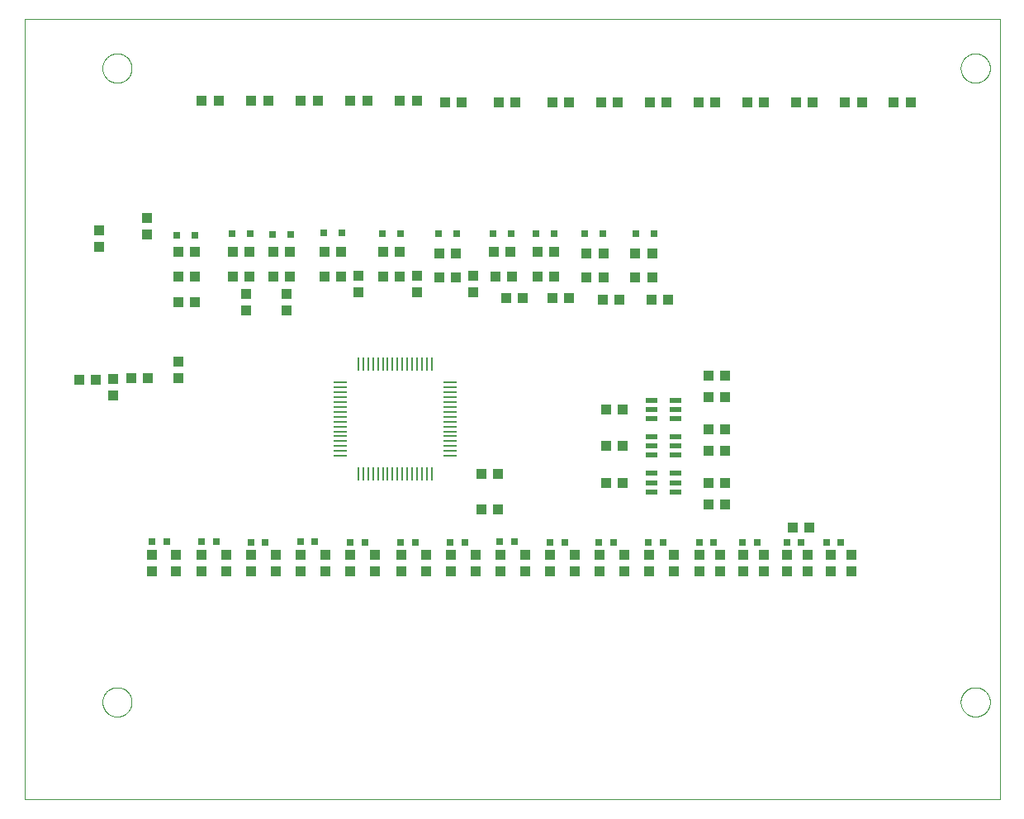
<source format=gtp>
G75*
%MOIN*%
%OFA0B0*%
%FSLAX25Y25*%
%IPPOS*%
%LPD*%
%AMOC8*
5,1,8,0,0,1.08239X$1,22.5*
%
%ADD10C,0.00000*%
%ADD11R,0.04331X0.03937*%
%ADD12R,0.03937X0.04331*%
%ADD13R,0.01100X0.05800*%
%ADD14R,0.05800X0.01100*%
%ADD15R,0.03150X0.03150*%
%ADD16R,0.05000X0.02100*%
%ADD17R,0.03000X0.02800*%
D10*
X0008551Y0007554D02*
X0008551Y0322514D01*
X0402252Y0322514D01*
X0402252Y0007554D01*
X0008551Y0007554D01*
X0040047Y0046924D02*
X0040049Y0047077D01*
X0040055Y0047231D01*
X0040065Y0047384D01*
X0040079Y0047536D01*
X0040097Y0047689D01*
X0040119Y0047840D01*
X0040144Y0047991D01*
X0040174Y0048142D01*
X0040208Y0048292D01*
X0040245Y0048440D01*
X0040286Y0048588D01*
X0040331Y0048734D01*
X0040380Y0048880D01*
X0040433Y0049024D01*
X0040489Y0049166D01*
X0040549Y0049307D01*
X0040613Y0049447D01*
X0040680Y0049585D01*
X0040751Y0049721D01*
X0040826Y0049855D01*
X0040903Y0049987D01*
X0040985Y0050117D01*
X0041069Y0050245D01*
X0041157Y0050371D01*
X0041248Y0050494D01*
X0041342Y0050615D01*
X0041440Y0050733D01*
X0041540Y0050849D01*
X0041644Y0050962D01*
X0041750Y0051073D01*
X0041859Y0051181D01*
X0041971Y0051286D01*
X0042085Y0051387D01*
X0042203Y0051486D01*
X0042322Y0051582D01*
X0042444Y0051675D01*
X0042569Y0051764D01*
X0042696Y0051851D01*
X0042825Y0051933D01*
X0042956Y0052013D01*
X0043089Y0052089D01*
X0043224Y0052162D01*
X0043361Y0052231D01*
X0043500Y0052296D01*
X0043640Y0052358D01*
X0043782Y0052416D01*
X0043925Y0052471D01*
X0044070Y0052522D01*
X0044216Y0052569D01*
X0044363Y0052612D01*
X0044511Y0052651D01*
X0044660Y0052687D01*
X0044810Y0052718D01*
X0044961Y0052746D01*
X0045112Y0052770D01*
X0045265Y0052790D01*
X0045417Y0052806D01*
X0045570Y0052818D01*
X0045723Y0052826D01*
X0045876Y0052830D01*
X0046030Y0052830D01*
X0046183Y0052826D01*
X0046336Y0052818D01*
X0046489Y0052806D01*
X0046641Y0052790D01*
X0046794Y0052770D01*
X0046945Y0052746D01*
X0047096Y0052718D01*
X0047246Y0052687D01*
X0047395Y0052651D01*
X0047543Y0052612D01*
X0047690Y0052569D01*
X0047836Y0052522D01*
X0047981Y0052471D01*
X0048124Y0052416D01*
X0048266Y0052358D01*
X0048406Y0052296D01*
X0048545Y0052231D01*
X0048682Y0052162D01*
X0048817Y0052089D01*
X0048950Y0052013D01*
X0049081Y0051933D01*
X0049210Y0051851D01*
X0049337Y0051764D01*
X0049462Y0051675D01*
X0049584Y0051582D01*
X0049703Y0051486D01*
X0049821Y0051387D01*
X0049935Y0051286D01*
X0050047Y0051181D01*
X0050156Y0051073D01*
X0050262Y0050962D01*
X0050366Y0050849D01*
X0050466Y0050733D01*
X0050564Y0050615D01*
X0050658Y0050494D01*
X0050749Y0050371D01*
X0050837Y0050245D01*
X0050921Y0050117D01*
X0051003Y0049987D01*
X0051080Y0049855D01*
X0051155Y0049721D01*
X0051226Y0049585D01*
X0051293Y0049447D01*
X0051357Y0049307D01*
X0051417Y0049166D01*
X0051473Y0049024D01*
X0051526Y0048880D01*
X0051575Y0048734D01*
X0051620Y0048588D01*
X0051661Y0048440D01*
X0051698Y0048292D01*
X0051732Y0048142D01*
X0051762Y0047991D01*
X0051787Y0047840D01*
X0051809Y0047689D01*
X0051827Y0047536D01*
X0051841Y0047384D01*
X0051851Y0047231D01*
X0051857Y0047077D01*
X0051859Y0046924D01*
X0051857Y0046771D01*
X0051851Y0046617D01*
X0051841Y0046464D01*
X0051827Y0046312D01*
X0051809Y0046159D01*
X0051787Y0046008D01*
X0051762Y0045857D01*
X0051732Y0045706D01*
X0051698Y0045556D01*
X0051661Y0045408D01*
X0051620Y0045260D01*
X0051575Y0045114D01*
X0051526Y0044968D01*
X0051473Y0044824D01*
X0051417Y0044682D01*
X0051357Y0044541D01*
X0051293Y0044401D01*
X0051226Y0044263D01*
X0051155Y0044127D01*
X0051080Y0043993D01*
X0051003Y0043861D01*
X0050921Y0043731D01*
X0050837Y0043603D01*
X0050749Y0043477D01*
X0050658Y0043354D01*
X0050564Y0043233D01*
X0050466Y0043115D01*
X0050366Y0042999D01*
X0050262Y0042886D01*
X0050156Y0042775D01*
X0050047Y0042667D01*
X0049935Y0042562D01*
X0049821Y0042461D01*
X0049703Y0042362D01*
X0049584Y0042266D01*
X0049462Y0042173D01*
X0049337Y0042084D01*
X0049210Y0041997D01*
X0049081Y0041915D01*
X0048950Y0041835D01*
X0048817Y0041759D01*
X0048682Y0041686D01*
X0048545Y0041617D01*
X0048406Y0041552D01*
X0048266Y0041490D01*
X0048124Y0041432D01*
X0047981Y0041377D01*
X0047836Y0041326D01*
X0047690Y0041279D01*
X0047543Y0041236D01*
X0047395Y0041197D01*
X0047246Y0041161D01*
X0047096Y0041130D01*
X0046945Y0041102D01*
X0046794Y0041078D01*
X0046641Y0041058D01*
X0046489Y0041042D01*
X0046336Y0041030D01*
X0046183Y0041022D01*
X0046030Y0041018D01*
X0045876Y0041018D01*
X0045723Y0041022D01*
X0045570Y0041030D01*
X0045417Y0041042D01*
X0045265Y0041058D01*
X0045112Y0041078D01*
X0044961Y0041102D01*
X0044810Y0041130D01*
X0044660Y0041161D01*
X0044511Y0041197D01*
X0044363Y0041236D01*
X0044216Y0041279D01*
X0044070Y0041326D01*
X0043925Y0041377D01*
X0043782Y0041432D01*
X0043640Y0041490D01*
X0043500Y0041552D01*
X0043361Y0041617D01*
X0043224Y0041686D01*
X0043089Y0041759D01*
X0042956Y0041835D01*
X0042825Y0041915D01*
X0042696Y0041997D01*
X0042569Y0042084D01*
X0042444Y0042173D01*
X0042322Y0042266D01*
X0042203Y0042362D01*
X0042085Y0042461D01*
X0041971Y0042562D01*
X0041859Y0042667D01*
X0041750Y0042775D01*
X0041644Y0042886D01*
X0041540Y0042999D01*
X0041440Y0043115D01*
X0041342Y0043233D01*
X0041248Y0043354D01*
X0041157Y0043477D01*
X0041069Y0043603D01*
X0040985Y0043731D01*
X0040903Y0043861D01*
X0040826Y0043993D01*
X0040751Y0044127D01*
X0040680Y0044263D01*
X0040613Y0044401D01*
X0040549Y0044541D01*
X0040489Y0044682D01*
X0040433Y0044824D01*
X0040380Y0044968D01*
X0040331Y0045114D01*
X0040286Y0045260D01*
X0040245Y0045408D01*
X0040208Y0045556D01*
X0040174Y0045706D01*
X0040144Y0045857D01*
X0040119Y0046008D01*
X0040097Y0046159D01*
X0040079Y0046312D01*
X0040065Y0046464D01*
X0040055Y0046617D01*
X0040049Y0046771D01*
X0040047Y0046924D01*
X0040047Y0302829D02*
X0040049Y0302982D01*
X0040055Y0303136D01*
X0040065Y0303289D01*
X0040079Y0303441D01*
X0040097Y0303594D01*
X0040119Y0303745D01*
X0040144Y0303896D01*
X0040174Y0304047D01*
X0040208Y0304197D01*
X0040245Y0304345D01*
X0040286Y0304493D01*
X0040331Y0304639D01*
X0040380Y0304785D01*
X0040433Y0304929D01*
X0040489Y0305071D01*
X0040549Y0305212D01*
X0040613Y0305352D01*
X0040680Y0305490D01*
X0040751Y0305626D01*
X0040826Y0305760D01*
X0040903Y0305892D01*
X0040985Y0306022D01*
X0041069Y0306150D01*
X0041157Y0306276D01*
X0041248Y0306399D01*
X0041342Y0306520D01*
X0041440Y0306638D01*
X0041540Y0306754D01*
X0041644Y0306867D01*
X0041750Y0306978D01*
X0041859Y0307086D01*
X0041971Y0307191D01*
X0042085Y0307292D01*
X0042203Y0307391D01*
X0042322Y0307487D01*
X0042444Y0307580D01*
X0042569Y0307669D01*
X0042696Y0307756D01*
X0042825Y0307838D01*
X0042956Y0307918D01*
X0043089Y0307994D01*
X0043224Y0308067D01*
X0043361Y0308136D01*
X0043500Y0308201D01*
X0043640Y0308263D01*
X0043782Y0308321D01*
X0043925Y0308376D01*
X0044070Y0308427D01*
X0044216Y0308474D01*
X0044363Y0308517D01*
X0044511Y0308556D01*
X0044660Y0308592D01*
X0044810Y0308623D01*
X0044961Y0308651D01*
X0045112Y0308675D01*
X0045265Y0308695D01*
X0045417Y0308711D01*
X0045570Y0308723D01*
X0045723Y0308731D01*
X0045876Y0308735D01*
X0046030Y0308735D01*
X0046183Y0308731D01*
X0046336Y0308723D01*
X0046489Y0308711D01*
X0046641Y0308695D01*
X0046794Y0308675D01*
X0046945Y0308651D01*
X0047096Y0308623D01*
X0047246Y0308592D01*
X0047395Y0308556D01*
X0047543Y0308517D01*
X0047690Y0308474D01*
X0047836Y0308427D01*
X0047981Y0308376D01*
X0048124Y0308321D01*
X0048266Y0308263D01*
X0048406Y0308201D01*
X0048545Y0308136D01*
X0048682Y0308067D01*
X0048817Y0307994D01*
X0048950Y0307918D01*
X0049081Y0307838D01*
X0049210Y0307756D01*
X0049337Y0307669D01*
X0049462Y0307580D01*
X0049584Y0307487D01*
X0049703Y0307391D01*
X0049821Y0307292D01*
X0049935Y0307191D01*
X0050047Y0307086D01*
X0050156Y0306978D01*
X0050262Y0306867D01*
X0050366Y0306754D01*
X0050466Y0306638D01*
X0050564Y0306520D01*
X0050658Y0306399D01*
X0050749Y0306276D01*
X0050837Y0306150D01*
X0050921Y0306022D01*
X0051003Y0305892D01*
X0051080Y0305760D01*
X0051155Y0305626D01*
X0051226Y0305490D01*
X0051293Y0305352D01*
X0051357Y0305212D01*
X0051417Y0305071D01*
X0051473Y0304929D01*
X0051526Y0304785D01*
X0051575Y0304639D01*
X0051620Y0304493D01*
X0051661Y0304345D01*
X0051698Y0304197D01*
X0051732Y0304047D01*
X0051762Y0303896D01*
X0051787Y0303745D01*
X0051809Y0303594D01*
X0051827Y0303441D01*
X0051841Y0303289D01*
X0051851Y0303136D01*
X0051857Y0302982D01*
X0051859Y0302829D01*
X0051857Y0302676D01*
X0051851Y0302522D01*
X0051841Y0302369D01*
X0051827Y0302217D01*
X0051809Y0302064D01*
X0051787Y0301913D01*
X0051762Y0301762D01*
X0051732Y0301611D01*
X0051698Y0301461D01*
X0051661Y0301313D01*
X0051620Y0301165D01*
X0051575Y0301019D01*
X0051526Y0300873D01*
X0051473Y0300729D01*
X0051417Y0300587D01*
X0051357Y0300446D01*
X0051293Y0300306D01*
X0051226Y0300168D01*
X0051155Y0300032D01*
X0051080Y0299898D01*
X0051003Y0299766D01*
X0050921Y0299636D01*
X0050837Y0299508D01*
X0050749Y0299382D01*
X0050658Y0299259D01*
X0050564Y0299138D01*
X0050466Y0299020D01*
X0050366Y0298904D01*
X0050262Y0298791D01*
X0050156Y0298680D01*
X0050047Y0298572D01*
X0049935Y0298467D01*
X0049821Y0298366D01*
X0049703Y0298267D01*
X0049584Y0298171D01*
X0049462Y0298078D01*
X0049337Y0297989D01*
X0049210Y0297902D01*
X0049081Y0297820D01*
X0048950Y0297740D01*
X0048817Y0297664D01*
X0048682Y0297591D01*
X0048545Y0297522D01*
X0048406Y0297457D01*
X0048266Y0297395D01*
X0048124Y0297337D01*
X0047981Y0297282D01*
X0047836Y0297231D01*
X0047690Y0297184D01*
X0047543Y0297141D01*
X0047395Y0297102D01*
X0047246Y0297066D01*
X0047096Y0297035D01*
X0046945Y0297007D01*
X0046794Y0296983D01*
X0046641Y0296963D01*
X0046489Y0296947D01*
X0046336Y0296935D01*
X0046183Y0296927D01*
X0046030Y0296923D01*
X0045876Y0296923D01*
X0045723Y0296927D01*
X0045570Y0296935D01*
X0045417Y0296947D01*
X0045265Y0296963D01*
X0045112Y0296983D01*
X0044961Y0297007D01*
X0044810Y0297035D01*
X0044660Y0297066D01*
X0044511Y0297102D01*
X0044363Y0297141D01*
X0044216Y0297184D01*
X0044070Y0297231D01*
X0043925Y0297282D01*
X0043782Y0297337D01*
X0043640Y0297395D01*
X0043500Y0297457D01*
X0043361Y0297522D01*
X0043224Y0297591D01*
X0043089Y0297664D01*
X0042956Y0297740D01*
X0042825Y0297820D01*
X0042696Y0297902D01*
X0042569Y0297989D01*
X0042444Y0298078D01*
X0042322Y0298171D01*
X0042203Y0298267D01*
X0042085Y0298366D01*
X0041971Y0298467D01*
X0041859Y0298572D01*
X0041750Y0298680D01*
X0041644Y0298791D01*
X0041540Y0298904D01*
X0041440Y0299020D01*
X0041342Y0299138D01*
X0041248Y0299259D01*
X0041157Y0299382D01*
X0041069Y0299508D01*
X0040985Y0299636D01*
X0040903Y0299766D01*
X0040826Y0299898D01*
X0040751Y0300032D01*
X0040680Y0300168D01*
X0040613Y0300306D01*
X0040549Y0300446D01*
X0040489Y0300587D01*
X0040433Y0300729D01*
X0040380Y0300873D01*
X0040331Y0301019D01*
X0040286Y0301165D01*
X0040245Y0301313D01*
X0040208Y0301461D01*
X0040174Y0301611D01*
X0040144Y0301762D01*
X0040119Y0301913D01*
X0040097Y0302064D01*
X0040079Y0302217D01*
X0040065Y0302369D01*
X0040055Y0302522D01*
X0040049Y0302676D01*
X0040047Y0302829D01*
X0386503Y0302829D02*
X0386505Y0302982D01*
X0386511Y0303136D01*
X0386521Y0303289D01*
X0386535Y0303441D01*
X0386553Y0303594D01*
X0386575Y0303745D01*
X0386600Y0303896D01*
X0386630Y0304047D01*
X0386664Y0304197D01*
X0386701Y0304345D01*
X0386742Y0304493D01*
X0386787Y0304639D01*
X0386836Y0304785D01*
X0386889Y0304929D01*
X0386945Y0305071D01*
X0387005Y0305212D01*
X0387069Y0305352D01*
X0387136Y0305490D01*
X0387207Y0305626D01*
X0387282Y0305760D01*
X0387359Y0305892D01*
X0387441Y0306022D01*
X0387525Y0306150D01*
X0387613Y0306276D01*
X0387704Y0306399D01*
X0387798Y0306520D01*
X0387896Y0306638D01*
X0387996Y0306754D01*
X0388100Y0306867D01*
X0388206Y0306978D01*
X0388315Y0307086D01*
X0388427Y0307191D01*
X0388541Y0307292D01*
X0388659Y0307391D01*
X0388778Y0307487D01*
X0388900Y0307580D01*
X0389025Y0307669D01*
X0389152Y0307756D01*
X0389281Y0307838D01*
X0389412Y0307918D01*
X0389545Y0307994D01*
X0389680Y0308067D01*
X0389817Y0308136D01*
X0389956Y0308201D01*
X0390096Y0308263D01*
X0390238Y0308321D01*
X0390381Y0308376D01*
X0390526Y0308427D01*
X0390672Y0308474D01*
X0390819Y0308517D01*
X0390967Y0308556D01*
X0391116Y0308592D01*
X0391266Y0308623D01*
X0391417Y0308651D01*
X0391568Y0308675D01*
X0391721Y0308695D01*
X0391873Y0308711D01*
X0392026Y0308723D01*
X0392179Y0308731D01*
X0392332Y0308735D01*
X0392486Y0308735D01*
X0392639Y0308731D01*
X0392792Y0308723D01*
X0392945Y0308711D01*
X0393097Y0308695D01*
X0393250Y0308675D01*
X0393401Y0308651D01*
X0393552Y0308623D01*
X0393702Y0308592D01*
X0393851Y0308556D01*
X0393999Y0308517D01*
X0394146Y0308474D01*
X0394292Y0308427D01*
X0394437Y0308376D01*
X0394580Y0308321D01*
X0394722Y0308263D01*
X0394862Y0308201D01*
X0395001Y0308136D01*
X0395138Y0308067D01*
X0395273Y0307994D01*
X0395406Y0307918D01*
X0395537Y0307838D01*
X0395666Y0307756D01*
X0395793Y0307669D01*
X0395918Y0307580D01*
X0396040Y0307487D01*
X0396159Y0307391D01*
X0396277Y0307292D01*
X0396391Y0307191D01*
X0396503Y0307086D01*
X0396612Y0306978D01*
X0396718Y0306867D01*
X0396822Y0306754D01*
X0396922Y0306638D01*
X0397020Y0306520D01*
X0397114Y0306399D01*
X0397205Y0306276D01*
X0397293Y0306150D01*
X0397377Y0306022D01*
X0397459Y0305892D01*
X0397536Y0305760D01*
X0397611Y0305626D01*
X0397682Y0305490D01*
X0397749Y0305352D01*
X0397813Y0305212D01*
X0397873Y0305071D01*
X0397929Y0304929D01*
X0397982Y0304785D01*
X0398031Y0304639D01*
X0398076Y0304493D01*
X0398117Y0304345D01*
X0398154Y0304197D01*
X0398188Y0304047D01*
X0398218Y0303896D01*
X0398243Y0303745D01*
X0398265Y0303594D01*
X0398283Y0303441D01*
X0398297Y0303289D01*
X0398307Y0303136D01*
X0398313Y0302982D01*
X0398315Y0302829D01*
X0398313Y0302676D01*
X0398307Y0302522D01*
X0398297Y0302369D01*
X0398283Y0302217D01*
X0398265Y0302064D01*
X0398243Y0301913D01*
X0398218Y0301762D01*
X0398188Y0301611D01*
X0398154Y0301461D01*
X0398117Y0301313D01*
X0398076Y0301165D01*
X0398031Y0301019D01*
X0397982Y0300873D01*
X0397929Y0300729D01*
X0397873Y0300587D01*
X0397813Y0300446D01*
X0397749Y0300306D01*
X0397682Y0300168D01*
X0397611Y0300032D01*
X0397536Y0299898D01*
X0397459Y0299766D01*
X0397377Y0299636D01*
X0397293Y0299508D01*
X0397205Y0299382D01*
X0397114Y0299259D01*
X0397020Y0299138D01*
X0396922Y0299020D01*
X0396822Y0298904D01*
X0396718Y0298791D01*
X0396612Y0298680D01*
X0396503Y0298572D01*
X0396391Y0298467D01*
X0396277Y0298366D01*
X0396159Y0298267D01*
X0396040Y0298171D01*
X0395918Y0298078D01*
X0395793Y0297989D01*
X0395666Y0297902D01*
X0395537Y0297820D01*
X0395406Y0297740D01*
X0395273Y0297664D01*
X0395138Y0297591D01*
X0395001Y0297522D01*
X0394862Y0297457D01*
X0394722Y0297395D01*
X0394580Y0297337D01*
X0394437Y0297282D01*
X0394292Y0297231D01*
X0394146Y0297184D01*
X0393999Y0297141D01*
X0393851Y0297102D01*
X0393702Y0297066D01*
X0393552Y0297035D01*
X0393401Y0297007D01*
X0393250Y0296983D01*
X0393097Y0296963D01*
X0392945Y0296947D01*
X0392792Y0296935D01*
X0392639Y0296927D01*
X0392486Y0296923D01*
X0392332Y0296923D01*
X0392179Y0296927D01*
X0392026Y0296935D01*
X0391873Y0296947D01*
X0391721Y0296963D01*
X0391568Y0296983D01*
X0391417Y0297007D01*
X0391266Y0297035D01*
X0391116Y0297066D01*
X0390967Y0297102D01*
X0390819Y0297141D01*
X0390672Y0297184D01*
X0390526Y0297231D01*
X0390381Y0297282D01*
X0390238Y0297337D01*
X0390096Y0297395D01*
X0389956Y0297457D01*
X0389817Y0297522D01*
X0389680Y0297591D01*
X0389545Y0297664D01*
X0389412Y0297740D01*
X0389281Y0297820D01*
X0389152Y0297902D01*
X0389025Y0297989D01*
X0388900Y0298078D01*
X0388778Y0298171D01*
X0388659Y0298267D01*
X0388541Y0298366D01*
X0388427Y0298467D01*
X0388315Y0298572D01*
X0388206Y0298680D01*
X0388100Y0298791D01*
X0387996Y0298904D01*
X0387896Y0299020D01*
X0387798Y0299138D01*
X0387704Y0299259D01*
X0387613Y0299382D01*
X0387525Y0299508D01*
X0387441Y0299636D01*
X0387359Y0299766D01*
X0387282Y0299898D01*
X0387207Y0300032D01*
X0387136Y0300168D01*
X0387069Y0300306D01*
X0387005Y0300446D01*
X0386945Y0300587D01*
X0386889Y0300729D01*
X0386836Y0300873D01*
X0386787Y0301019D01*
X0386742Y0301165D01*
X0386701Y0301313D01*
X0386664Y0301461D01*
X0386630Y0301611D01*
X0386600Y0301762D01*
X0386575Y0301913D01*
X0386553Y0302064D01*
X0386535Y0302217D01*
X0386521Y0302369D01*
X0386511Y0302522D01*
X0386505Y0302676D01*
X0386503Y0302829D01*
X0386503Y0046924D02*
X0386505Y0047077D01*
X0386511Y0047231D01*
X0386521Y0047384D01*
X0386535Y0047536D01*
X0386553Y0047689D01*
X0386575Y0047840D01*
X0386600Y0047991D01*
X0386630Y0048142D01*
X0386664Y0048292D01*
X0386701Y0048440D01*
X0386742Y0048588D01*
X0386787Y0048734D01*
X0386836Y0048880D01*
X0386889Y0049024D01*
X0386945Y0049166D01*
X0387005Y0049307D01*
X0387069Y0049447D01*
X0387136Y0049585D01*
X0387207Y0049721D01*
X0387282Y0049855D01*
X0387359Y0049987D01*
X0387441Y0050117D01*
X0387525Y0050245D01*
X0387613Y0050371D01*
X0387704Y0050494D01*
X0387798Y0050615D01*
X0387896Y0050733D01*
X0387996Y0050849D01*
X0388100Y0050962D01*
X0388206Y0051073D01*
X0388315Y0051181D01*
X0388427Y0051286D01*
X0388541Y0051387D01*
X0388659Y0051486D01*
X0388778Y0051582D01*
X0388900Y0051675D01*
X0389025Y0051764D01*
X0389152Y0051851D01*
X0389281Y0051933D01*
X0389412Y0052013D01*
X0389545Y0052089D01*
X0389680Y0052162D01*
X0389817Y0052231D01*
X0389956Y0052296D01*
X0390096Y0052358D01*
X0390238Y0052416D01*
X0390381Y0052471D01*
X0390526Y0052522D01*
X0390672Y0052569D01*
X0390819Y0052612D01*
X0390967Y0052651D01*
X0391116Y0052687D01*
X0391266Y0052718D01*
X0391417Y0052746D01*
X0391568Y0052770D01*
X0391721Y0052790D01*
X0391873Y0052806D01*
X0392026Y0052818D01*
X0392179Y0052826D01*
X0392332Y0052830D01*
X0392486Y0052830D01*
X0392639Y0052826D01*
X0392792Y0052818D01*
X0392945Y0052806D01*
X0393097Y0052790D01*
X0393250Y0052770D01*
X0393401Y0052746D01*
X0393552Y0052718D01*
X0393702Y0052687D01*
X0393851Y0052651D01*
X0393999Y0052612D01*
X0394146Y0052569D01*
X0394292Y0052522D01*
X0394437Y0052471D01*
X0394580Y0052416D01*
X0394722Y0052358D01*
X0394862Y0052296D01*
X0395001Y0052231D01*
X0395138Y0052162D01*
X0395273Y0052089D01*
X0395406Y0052013D01*
X0395537Y0051933D01*
X0395666Y0051851D01*
X0395793Y0051764D01*
X0395918Y0051675D01*
X0396040Y0051582D01*
X0396159Y0051486D01*
X0396277Y0051387D01*
X0396391Y0051286D01*
X0396503Y0051181D01*
X0396612Y0051073D01*
X0396718Y0050962D01*
X0396822Y0050849D01*
X0396922Y0050733D01*
X0397020Y0050615D01*
X0397114Y0050494D01*
X0397205Y0050371D01*
X0397293Y0050245D01*
X0397377Y0050117D01*
X0397459Y0049987D01*
X0397536Y0049855D01*
X0397611Y0049721D01*
X0397682Y0049585D01*
X0397749Y0049447D01*
X0397813Y0049307D01*
X0397873Y0049166D01*
X0397929Y0049024D01*
X0397982Y0048880D01*
X0398031Y0048734D01*
X0398076Y0048588D01*
X0398117Y0048440D01*
X0398154Y0048292D01*
X0398188Y0048142D01*
X0398218Y0047991D01*
X0398243Y0047840D01*
X0398265Y0047689D01*
X0398283Y0047536D01*
X0398297Y0047384D01*
X0398307Y0047231D01*
X0398313Y0047077D01*
X0398315Y0046924D01*
X0398313Y0046771D01*
X0398307Y0046617D01*
X0398297Y0046464D01*
X0398283Y0046312D01*
X0398265Y0046159D01*
X0398243Y0046008D01*
X0398218Y0045857D01*
X0398188Y0045706D01*
X0398154Y0045556D01*
X0398117Y0045408D01*
X0398076Y0045260D01*
X0398031Y0045114D01*
X0397982Y0044968D01*
X0397929Y0044824D01*
X0397873Y0044682D01*
X0397813Y0044541D01*
X0397749Y0044401D01*
X0397682Y0044263D01*
X0397611Y0044127D01*
X0397536Y0043993D01*
X0397459Y0043861D01*
X0397377Y0043731D01*
X0397293Y0043603D01*
X0397205Y0043477D01*
X0397114Y0043354D01*
X0397020Y0043233D01*
X0396922Y0043115D01*
X0396822Y0042999D01*
X0396718Y0042886D01*
X0396612Y0042775D01*
X0396503Y0042667D01*
X0396391Y0042562D01*
X0396277Y0042461D01*
X0396159Y0042362D01*
X0396040Y0042266D01*
X0395918Y0042173D01*
X0395793Y0042084D01*
X0395666Y0041997D01*
X0395537Y0041915D01*
X0395406Y0041835D01*
X0395273Y0041759D01*
X0395138Y0041686D01*
X0395001Y0041617D01*
X0394862Y0041552D01*
X0394722Y0041490D01*
X0394580Y0041432D01*
X0394437Y0041377D01*
X0394292Y0041326D01*
X0394146Y0041279D01*
X0393999Y0041236D01*
X0393851Y0041197D01*
X0393702Y0041161D01*
X0393552Y0041130D01*
X0393401Y0041102D01*
X0393250Y0041078D01*
X0393097Y0041058D01*
X0392945Y0041042D01*
X0392792Y0041030D01*
X0392639Y0041022D01*
X0392486Y0041018D01*
X0392332Y0041018D01*
X0392179Y0041022D01*
X0392026Y0041030D01*
X0391873Y0041042D01*
X0391721Y0041058D01*
X0391568Y0041078D01*
X0391417Y0041102D01*
X0391266Y0041130D01*
X0391116Y0041161D01*
X0390967Y0041197D01*
X0390819Y0041236D01*
X0390672Y0041279D01*
X0390526Y0041326D01*
X0390381Y0041377D01*
X0390238Y0041432D01*
X0390096Y0041490D01*
X0389956Y0041552D01*
X0389817Y0041617D01*
X0389680Y0041686D01*
X0389545Y0041759D01*
X0389412Y0041835D01*
X0389281Y0041915D01*
X0389152Y0041997D01*
X0389025Y0042084D01*
X0388900Y0042173D01*
X0388778Y0042266D01*
X0388659Y0042362D01*
X0388541Y0042461D01*
X0388427Y0042562D01*
X0388315Y0042667D01*
X0388206Y0042775D01*
X0388100Y0042886D01*
X0387996Y0042999D01*
X0387896Y0043115D01*
X0387798Y0043233D01*
X0387704Y0043354D01*
X0387613Y0043477D01*
X0387525Y0043603D01*
X0387441Y0043731D01*
X0387359Y0043861D01*
X0387282Y0043993D01*
X0387207Y0044127D01*
X0387136Y0044263D01*
X0387069Y0044401D01*
X0387005Y0044541D01*
X0386945Y0044682D01*
X0386889Y0044824D01*
X0386836Y0044968D01*
X0386787Y0045114D01*
X0386742Y0045260D01*
X0386701Y0045408D01*
X0386664Y0045556D01*
X0386630Y0045706D01*
X0386600Y0045857D01*
X0386575Y0046008D01*
X0386553Y0046159D01*
X0386535Y0046312D01*
X0386521Y0046464D01*
X0386511Y0046617D01*
X0386505Y0046771D01*
X0386503Y0046924D01*
D11*
X0342390Y0099542D03*
X0342390Y0106235D03*
X0334161Y0106235D03*
X0334161Y0099542D03*
X0324752Y0099542D03*
X0324752Y0106235D03*
X0316327Y0106235D03*
X0316327Y0099542D03*
X0307114Y0099542D03*
X0307114Y0106235D03*
X0298689Y0106235D03*
X0298689Y0099542D03*
X0289476Y0099542D03*
X0289476Y0106235D03*
X0281051Y0106235D03*
X0281051Y0099542D03*
X0270559Y0099542D03*
X0270559Y0106235D03*
X0260559Y0106235D03*
X0260559Y0099542D03*
X0250559Y0099542D03*
X0250559Y0106235D03*
X0240559Y0106235D03*
X0240559Y0099542D03*
X0230559Y0099542D03*
X0230559Y0106235D03*
X0220559Y0106235D03*
X0220559Y0099542D03*
X0210559Y0099542D03*
X0210559Y0106235D03*
X0200559Y0106235D03*
X0200559Y0099542D03*
X0190559Y0099542D03*
X0190559Y0106235D03*
X0180559Y0106235D03*
X0180559Y0099542D03*
X0170559Y0099542D03*
X0170559Y0106235D03*
X0160559Y0106235D03*
X0160559Y0099542D03*
X0150067Y0099542D03*
X0150067Y0106235D03*
X0140067Y0106235D03*
X0140067Y0099542D03*
X0130067Y0099542D03*
X0130067Y0106235D03*
X0120067Y0106235D03*
X0120067Y0099542D03*
X0110067Y0099542D03*
X0110067Y0106235D03*
X0100067Y0106235D03*
X0100067Y0099542D03*
X0090067Y0099542D03*
X0090067Y0106235D03*
X0080067Y0106235D03*
X0080067Y0099542D03*
X0069575Y0099542D03*
X0069575Y0106235D03*
X0060067Y0106235D03*
X0060067Y0099542D03*
X0044496Y0170566D03*
X0044496Y0177259D03*
X0037508Y0177022D03*
X0030815Y0177022D03*
X0051661Y0177514D03*
X0058354Y0177514D03*
X0070657Y0177731D03*
X0070657Y0184424D03*
X0098118Y0204995D03*
X0098118Y0211688D03*
X0114358Y0211688D03*
X0114358Y0204995D03*
X0115736Y0228518D03*
X0109043Y0228518D03*
X0099496Y0228518D03*
X0092803Y0228518D03*
X0077350Y0228518D03*
X0070657Y0228518D03*
X0058000Y0235625D03*
X0058000Y0242318D03*
X0038630Y0237475D03*
X0038630Y0230782D03*
X0129713Y0228518D03*
X0136406Y0228518D03*
X0143394Y0219070D03*
X0143394Y0212377D03*
X0153335Y0228518D03*
X0160028Y0228518D03*
X0167016Y0219070D03*
X0167016Y0212377D03*
X0175972Y0228026D03*
X0182665Y0228026D03*
X0189654Y0219070D03*
X0189654Y0212377D03*
X0198118Y0228518D03*
X0204811Y0228518D03*
X0215835Y0228518D03*
X0222528Y0228518D03*
X0235520Y0228026D03*
X0242213Y0228026D03*
X0255205Y0228026D03*
X0261898Y0228026D03*
X0199811Y0139070D03*
X0193118Y0139070D03*
X0193118Y0124562D03*
X0199811Y0124562D03*
D12*
X0243394Y0135507D03*
X0250087Y0135507D03*
X0250087Y0150270D03*
X0243394Y0150270D03*
X0243394Y0165034D03*
X0250087Y0165034D03*
X0284732Y0169955D03*
X0291425Y0169955D03*
X0291425Y0178814D03*
X0284732Y0178814D03*
X0284732Y0157160D03*
X0291425Y0157160D03*
X0291425Y0148302D03*
X0284732Y0148302D03*
X0284732Y0135507D03*
X0291425Y0135507D03*
X0291425Y0126648D03*
X0284732Y0126648D03*
X0318787Y0117199D03*
X0325480Y0117199D03*
X0268394Y0209424D03*
X0261701Y0209424D03*
X0261898Y0218184D03*
X0255205Y0218184D03*
X0248709Y0209424D03*
X0242016Y0209424D03*
X0242213Y0218184D03*
X0235520Y0218184D03*
X0228433Y0209916D03*
X0221740Y0209916D03*
X0222528Y0218676D03*
X0215835Y0218676D03*
X0205303Y0218676D03*
X0198610Y0218676D03*
X0203138Y0209916D03*
X0209831Y0209916D03*
X0182665Y0218184D03*
X0175972Y0218184D03*
X0160028Y0218676D03*
X0153335Y0218676D03*
X0136406Y0218676D03*
X0129713Y0218676D03*
X0115736Y0218676D03*
X0109043Y0218676D03*
X0099496Y0218676D03*
X0092803Y0218676D03*
X0077350Y0218676D03*
X0070657Y0218676D03*
X0070657Y0208341D03*
X0077350Y0208341D03*
X0080205Y0289522D03*
X0086898Y0289522D03*
X0100205Y0289522D03*
X0106898Y0289522D03*
X0120205Y0289522D03*
X0126898Y0289522D03*
X0140205Y0289522D03*
X0146898Y0289522D03*
X0160205Y0289522D03*
X0166898Y0289522D03*
X0178433Y0289050D03*
X0185126Y0289050D03*
X0200087Y0289050D03*
X0206780Y0289050D03*
X0221740Y0289050D03*
X0228433Y0289050D03*
X0241425Y0289050D03*
X0248118Y0289050D03*
X0261110Y0289050D03*
X0267803Y0289050D03*
X0280795Y0289050D03*
X0287488Y0289050D03*
X0300480Y0289050D03*
X0307173Y0289050D03*
X0320165Y0289050D03*
X0326858Y0289050D03*
X0339850Y0289050D03*
X0346543Y0289050D03*
X0359535Y0289050D03*
X0366228Y0289050D03*
D13*
X0172921Y0183197D03*
X0170953Y0183197D03*
X0168984Y0183197D03*
X0167016Y0183197D03*
X0165047Y0183197D03*
X0163079Y0183197D03*
X0161110Y0183197D03*
X0159142Y0183197D03*
X0157173Y0183197D03*
X0155205Y0183197D03*
X0153236Y0183197D03*
X0151268Y0183197D03*
X0149299Y0183197D03*
X0147331Y0183197D03*
X0145362Y0183197D03*
X0143394Y0183197D03*
X0143394Y0138997D03*
X0145362Y0138997D03*
X0147331Y0138997D03*
X0149299Y0138997D03*
X0151268Y0138997D03*
X0153236Y0138997D03*
X0155205Y0138997D03*
X0157173Y0138997D03*
X0159142Y0138997D03*
X0161110Y0138997D03*
X0163079Y0138997D03*
X0165047Y0138997D03*
X0167016Y0138997D03*
X0168984Y0138997D03*
X0170953Y0138997D03*
X0172921Y0138997D03*
D14*
X0180257Y0146333D03*
X0180257Y0148302D03*
X0180257Y0150270D03*
X0180257Y0152239D03*
X0180257Y0154207D03*
X0180257Y0156176D03*
X0180257Y0158144D03*
X0180257Y0160113D03*
X0180257Y0162081D03*
X0180257Y0164050D03*
X0180257Y0166018D03*
X0180257Y0167987D03*
X0180257Y0169955D03*
X0180257Y0171924D03*
X0180257Y0173892D03*
X0180257Y0175861D03*
X0136057Y0175861D03*
X0136057Y0173892D03*
X0136057Y0171924D03*
X0136057Y0169955D03*
X0136057Y0167987D03*
X0136057Y0166018D03*
X0136057Y0164050D03*
X0136057Y0162081D03*
X0136057Y0160113D03*
X0136057Y0158144D03*
X0136057Y0156176D03*
X0136057Y0154207D03*
X0136057Y0152239D03*
X0136057Y0150270D03*
X0136057Y0148302D03*
X0136057Y0146333D03*
D15*
X0140047Y0111510D03*
X0145953Y0111510D03*
X0160539Y0111314D03*
X0166445Y0111314D03*
X0180441Y0111510D03*
X0186346Y0111510D03*
X0200539Y0111658D03*
X0206445Y0111658D03*
X0220638Y0111510D03*
X0226543Y0111510D03*
X0240441Y0111510D03*
X0246346Y0111510D03*
X0260441Y0111510D03*
X0266346Y0111510D03*
X0280933Y0111314D03*
X0286839Y0111314D03*
X0298374Y0111314D03*
X0304280Y0111314D03*
X0316209Y0111314D03*
X0322114Y0111314D03*
X0332272Y0111314D03*
X0338177Y0111314D03*
X0125854Y0111609D03*
X0119949Y0111609D03*
X0105854Y0111510D03*
X0099949Y0111510D03*
X0086051Y0111707D03*
X0080146Y0111707D03*
X0066051Y0111707D03*
X0060146Y0111707D03*
D16*
X0261625Y0131757D03*
X0261625Y0135507D03*
X0261625Y0139257D03*
X0261625Y0146520D03*
X0261625Y0150270D03*
X0261625Y0154020D03*
X0261625Y0161284D03*
X0261625Y0165034D03*
X0261625Y0168784D03*
X0271225Y0168784D03*
X0271225Y0165034D03*
X0271225Y0161284D03*
X0271225Y0154020D03*
X0271225Y0150270D03*
X0271225Y0146520D03*
X0271225Y0139257D03*
X0271225Y0135507D03*
X0271225Y0131757D03*
D17*
X0262595Y0235900D03*
X0255295Y0235900D03*
X0242122Y0235900D03*
X0234822Y0235900D03*
X0222437Y0235900D03*
X0215137Y0235900D03*
X0205115Y0235900D03*
X0197815Y0235900D03*
X0183067Y0235900D03*
X0175767Y0235900D03*
X0160233Y0235900D03*
X0152933Y0235900D03*
X0136758Y0236196D03*
X0129458Y0236196D03*
X0116138Y0235703D03*
X0108838Y0235703D03*
X0099800Y0236097D03*
X0092500Y0236097D03*
X0077359Y0235507D03*
X0070059Y0235507D03*
M02*

</source>
